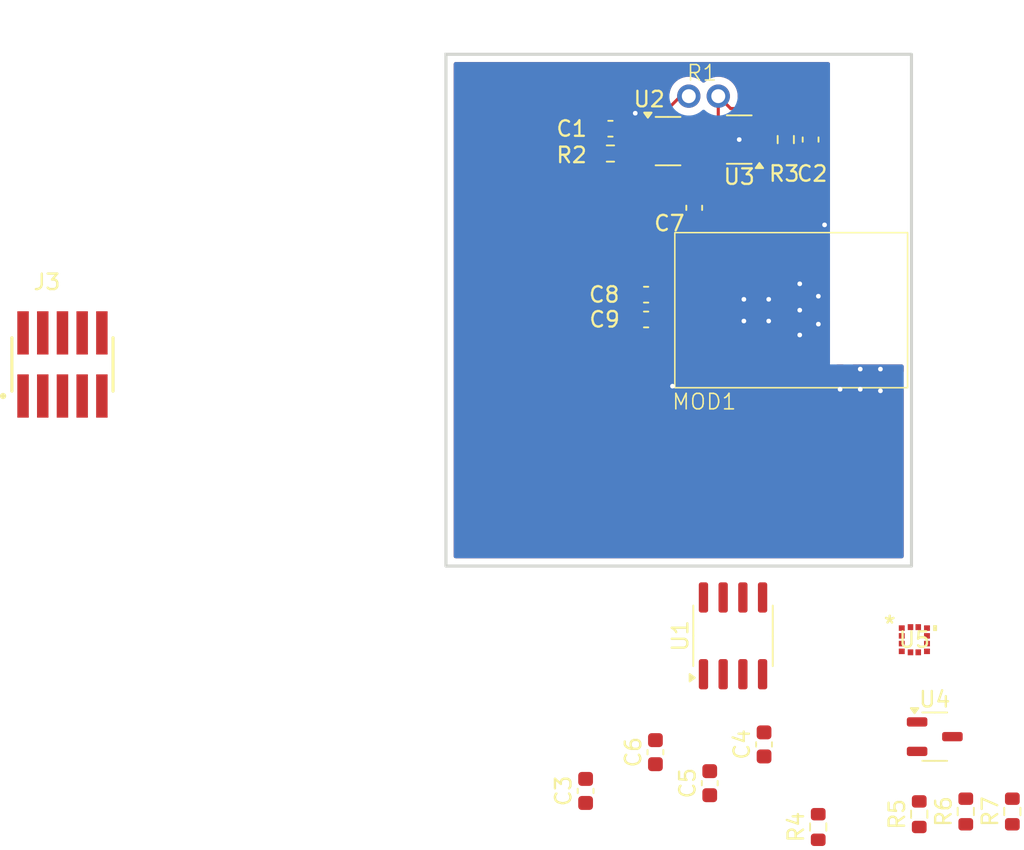
<source format=kicad_pcb>
(kicad_pcb (version 20241229) (generator "pcbnew") (generator_version "9.0")
  (layers (0 "F.Cu" signal) (2 "B.Cu" signal) (13 "F.Paste" user) (15 "B.Paste" user) (5 "F.SilkS" user "F.Silkscreen") (7 "B.SilkS" user "B.Silkscreen") (1 "F.Mask" user) (3 "B.Mask" user) (25 "Edge.Cuts" user))
  (net 0 "")
  (net 1 "GND")
  (net 2 "Net-(U2-+)")
  (net 3 "Net-(U3--)")
  (net 4 "PressureOut")
  (net 5 "I2C_SCL_1V8")
  (net 6 "Net-(U5-C1)")
  (net 7 "SWDCLK")
  (net 11 "USB_POWER_5V")
  (net 22 "I2C_SDA_3V3")
  (net 27 "SWDIO")
  (net 29 "USBD-")
  (net 31 "nRESET")
  (net 33 "VDD")
  (net 35 "I2C_SCL_3V3")
  (net 47 "USBD+")
  (net 60 "VRef_0V5")
  (net 61 "PWM_0V5")
  (net 62 "VSupply3V3")
  (net 63 "I2C_SDA_1V8")
  (net 65 "INT1_XL")
  (net 66 "INT2_XL")
  (net 67 "DRDY")
  (footprint "Resistor_SMD:R_0603_1608Metric" (layer "F.Cu") (at 167.49 90.825 90)
    (property "Reference" "R4" (at 0 -1.43 90) (layer "F.SilkS"))
    (property "Value" "10k" (hide yes))
    (fp_line (start -0.237258 -0.5225) (end 0.237258 -0.5225) (stroke (width 0.12)) (layer "F.SilkS"))
    (fp_line (start -0.237258 0.5225) (end 0.237258 0.5225) (stroke (width 0.12)) (layer "F.SilkS"))
    (pad "1" smd roundrect (at -0.825 0 90) (size 0.8 0.95) (layers "F.Cu" "F.Mask" "F.Paste") (net 62 "VSupply3V3"))
    (pad "2" smd roundrect (at 0.825 0 90) (size 0.8 0.95) (layers "F.Cu" "F.Mask" "F.Paste") (net 35 "I2C_SCL_3V3"))
  )
  (footprint "Capacitor_SMD:C_0603_1608Metric" (layer "F.Cu") (at 160.5 88 90)
    (property "Reference" "C5" (at 0 -1.43 90) (layer "F.SilkS"))
    (property "Value" "100nF" (hide yes))
    (fp_line (start -0.14058 -0.51) (end 0.14058 -0.51) (stroke (width 0.12)) (layer "F.SilkS"))
    (fp_line (start -0.14058 0.51) (end 0.14058 0.51) (stroke (width 0.12)) (layer "F.SilkS"))
    (pad "1" smd roundrect (at -0.775 0 90) (size 0.9 0.95) (layers "F.Cu" "F.Mask" "F.Paste") (net 1 "GND"))
    (pad "2" smd roundrect (at 0.775 0 90) (size 0.9 0.95) (layers "F.Cu" "F.Mask" "F.Paste") (net 5 "I2C_SCL_1V8"))
  )
  (footprint "Resistor_SMD:R_0603_1608Metric" (layer "F.Cu") (at 165.4 46.5 -90)
    (property "Reference" "R3" (at 2.2 0.1 180) (layer "F.SilkS"))
    (property "Value" "R" (hide yes))
    (fp_line (start -0.237258 0.5225) (end 0.237258 0.5225) (stroke (width 0.12)) (layer "F.SilkS"))
    (fp_line (start -0.237258 -0.5225) (end 0.237258 -0.5225) (stroke (width 0.12)) (layer "F.SilkS"))
    (pad "1" smd roundrect (at -0.825 0 270) (size 0.8 0.95) (layers "F.Cu" "F.Mask" "F.Paste") (net 3 "Net-(U3--)"))
    (pad "2" smd roundrect (at 0.825 0 270) (size 0.8 0.95) (layers "F.Cu" "F.Mask" "F.Paste") (net 4 "PressureOut"))
  )
  (footprint "Capacitor_SMD:C_0603_1608Metric" (layer "F.Cu") (at 152.5 88.5 90)
    (property "Reference" "C3" (at 0 -1.43 90) (layer "F.SilkS"))
    (property "Value" "100nF" (hide yes))
    (fp_line (start -0.14058 -0.51) (end 0.14058 -0.51) (stroke (width 0.12)) (layer "F.SilkS"))
    (fp_line (start -0.14058 0.51) (end 0.14058 0.51) (stroke (width 0.12)) (layer "F.SilkS"))
    (pad "1" smd roundrect (at -0.775 0 90) (size 0.9 0.95) (layers "F.Cu" "F.Mask" "F.Paste") (net 5 "I2C_SCL_1V8"))
    (pad "2" smd roundrect (at 0.775 0 90) (size 0.9 0.95) (layers "F.Cu" "F.Mask" "F.Paste") (net 1 "GND"))
  )
  (footprint "Capacitor_SMD:C_0603_1608Metric" (layer "F.Cu") (at 159.5 50.9 90)
    (property "Reference" "C7" (at -1 -1.6 0) (layer "F.SilkS"))
    (property "Value" "4.7uF" (hide yes))
    (fp_line (start -0.14058 -0.51) (end 0.14058 -0.51) (stroke (width 0.12)) (layer "F.SilkS"))
    (fp_line (start -0.14058 0.51) (end 0.14058 0.51) (stroke (width 0.12)) (layer "F.SilkS"))
    (pad "1" smd roundrect (at -0.775 0 90) (size 0.9 0.95) (layers "F.Cu" "F.Mask" "F.Paste") (net 11 "USB_POWER_5V"))
    (pad "2" smd roundrect (at 0.775 0 90) (size 0.9 0.95) (layers "F.Cu" "F.Mask" "F.Paste") (net 1 "GND"))
  )
  (footprint "Capacitor_SMD:C_0603_1608Metric" (layer "F.Cu") (at 164 85.5 90)
    (property "Reference" "C4" (at 0 -1.43 90) (layer "F.SilkS"))
    (property "Value" "10uF" (hide yes))
    (fp_line (start -0.14058 -0.51) (end 0.14058 -0.51) (stroke (width 0.12)) (layer "F.SilkS"))
    (fp_line (start -0.14058 0.51) (end 0.14058 0.51) (stroke (width 0.12)) (layer "F.SilkS"))
    (pad "1" smd roundrect (at -0.775 0 90) (size 0.9 0.95) (layers "F.Cu" "F.Mask" "F.Paste") (net 5 "I2C_SCL_1V8"))
    (pad "2" smd roundrect (at 0.775 0 90) (size 0.9 0.95) (layers "F.Cu" "F.Mask" "F.Paste") (net 1 "GND"))
  )
  (footprint "Resistor_SMD:R_0603_1608Metric" (layer "F.Cu") (at 174 90 90)
    (property "Reference" "R5" (at 0 -1.43 90) (layer "F.SilkS"))
    (property "Value" "10k" (hide yes))
    (fp_line (start -0.237258 -0.5225) (end 0.237258 -0.5225) (stroke (width 0.12)) (layer "F.SilkS"))
    (fp_line (start -0.237258 0.5225) (end 0.237258 0.5225) (stroke (width 0.12)) (layer "F.SilkS"))
    (pad "1" smd roundrect (at -0.825 0 90) (size 0.8 0.95) (layers "F.Cu" "F.Mask" "F.Paste") (net 62 "VSupply3V3"))
    (pad "2" smd roundrect (at 0.825 0 90) (size 0.8 0.95) (layers "F.Cu" "F.Mask" "F.Paste") (net 22 "I2C_SDA_3V3"))
  )
  (footprint "Package_TO_SOT_SMD:SOT-23-5" (layer "F.Cu") (at 157.8125 46.6)
    (property "Reference" "U2" (at -1.2125 -2.7 0) (layer "F.SilkS"))
    (property "Value" "MCP6001-OT" (hide yes))
    (fp_line (start 0 -1.56) (end -0.8 -1.56) (stroke (width 0.12)) (layer "F.SilkS"))
    (fp_line (start 0 -1.56) (end 0.8 -1.56) (stroke (width 0.12)) (layer "F.SilkS"))
    (fp_line (start 0 1.56) (end -0.8 1.56) (stroke (width 0.12)) (layer "F.SilkS"))
    (fp_line (start 0 1.56) (end 0.8 1.56) (stroke (width 0.12)) (layer "F.SilkS"))
    (fp_poly (pts (xy -1.3 -1.51) (xy -1.54 -1.84) (xy -1.06 -1.84)) (stroke (width 0.12)) (fill yes) (layer "F.SilkS"))
    (pad "1" smd roundrect (at -1.1375 -0.95) (size 1.325 0.6) (layers "F.Cu" "F.Mask" "F.Paste") (net 60 "VRef_0V5"))
    (pad "2" smd roundrect (at -1.1375 0) (size 1.325 0.6) (layers "F.Cu" "F.Mask" "F.Paste") (net 1 "GND"))
    (pad "3" smd roundrect (at -1.1375 0.95) (size 1.325 0.6) (layers "F.Cu" "F.Mask" "F.Paste") (net 2 "Net-(U2-+)"))
    (pad "4" smd roundrect (at 1.1375 0.95) (size 1.325 0.6) (layers "F.Cu" "F.Mask" "F.Paste") (net 60 "VRef_0V5"))
    (pad "5" smd roundrect (at 1.1375 -0.95) (size 1.325 0.6) (layers "F.Cu" "F.Mask" "F.Paste") (net 62 "VSupply3V3"))
  )
  (footprint "nRF5340 Module:Ezurio Module" (layer "F.Cu") (at 158.25 62.5)
    (property "Reference" "MOD1" (at 1.8971 0.904489 0) (layer "F.SilkS") (effects (font (thickness 0.1))))
    (property "Value" "Laird, 453-00053, Platform Side" (hide yes))
    (fp_rect (start 0 -10) (end 15 0) (stroke (width 0.1)) (fill no) (layer "F.SilkS"))
    (pad "1" smd roundrect (at 10 -0.45) (size 0.5 0.5) (layers "F.Cu" "F.Mask" "F.Paste") (roundrect_rratio 0.15) (net 1 "GND"))
    (pad "2" smd roundrect (at 9.2 -0.45) (size 0.5 0.5) (layers "F.Cu" "F.Mask" "F.Paste") (roundrect_rratio 0.15))
    (pad "3" smd roundrect (at 8.4 -0.45) (size 0.5 0.5) (layers "F.Cu" "F.Mask" "F.Paste") (roundrect_rratio 0.15))
    (pad "4" smd roundrect (at 8.85 -2.2) (size 0.5 0.5) (layers "F.Cu" "F.Mask" "F.Paste") (roundrect_rratio 0.15))
    (pad "5" smd roundrect (at 7.6 -0.45) (size 0.5 0.5) (layers "F.Cu" "F.Mask" "F.Paste") (roundrect_rratio 0.15))
    (pad "6" smd roundrect (at 8.05 -2.2) (size 0.5 0.5) (layers "F.Cu" "F.Mask" "F.Paste") (roundrect_rratio 0.15))
    (pad "7" smd roundrect (at 6.8 -0.45) (size 0.5 0.5) (layers "F.Cu" "F.Mask" "F.Paste") (roundrect_rratio 0.15))
    (pad "8" smd roundrect (at 7.25 -2.2) (size 0.5 0.5) (layers "F.Cu" "F.Mask" "F.Paste") (roundrect_rratio 0.15))
    (pad "9" smd roundrect (at 6 -0.45) (size 0.5 0.5) (layers "F.Cu" "F.Mask" "F.Paste") (roundrect_rratio 0.15))
    (pad "10" smd roundrect (at 6.45 -2.2) (size 0.5 0.5) (layers "F.Cu" "F.Mask" "F.Paste") (roundrect_rratio 0.15))
    (pad "11" smd roundrect (at 5.2 -0.45) (size 0.5 0.5) (layers "F.Cu" "F.Mask" "F.Paste") (roundrect_rratio 0.15))
    (pad "12" smd roundrect (at 5.65 -2.2) (size 0.5 0.5) (layers "F.Cu" "F.Mask" "F.Paste") (roundrect_rratio 0.15))
    (pad "13" smd roundrect (at 4.4 -0.45) (size 0.5 0.5) (layers "F.Cu" "F.Mask" "F.Paste") (roundrect_rratio 0.15))
    (pad "14" smd roundrect (at 4.85 -2.2) (size 0.5 0.5) (layers "F.Cu" "F.Mask" "F.Paste") (roundrect_rratio 0.15))
    (pad "15" smd roundrect (at 3.6 -0.45) (size 0.5 0.5) (layers "F.Cu" "F.Mask" "F.Paste") (roundrect_rratio 0.15))
    (pad "16" smd roundrect (at 4.05 -2.2) (size 0.5 0.5) (layers "F.Cu" "F.Paste") (roundrect_rratio 0.15))
    (pad "17" smd roundrect (at 2.8 -0.45) (size 0.5 0.5) (layers "F.Cu" "F.Mask" "F.Paste") (roundrect_rratio 0.15))
    (pad "18" smd roundrect (at 3.25 -2.2) (size 0.5 0.5) (layers "F.Cu" "F.Mask" "F.Paste") (roundrect_rratio 0.15))
    (pad "19" smd roundrect (at 2 -0.45) (size 0.5 0.5) (layers "F.Cu" "F.Mask" "F.Paste") (roundrect_rratio 0.15) (net 1 "GND"))
    (pad "20" smd roundrect (at 1.2 -0.45) (size 0.5 0.5) (layers "F.Cu" "F.Mask" "F.Paste") (roundrect_rratio 0.15))
    (pad "21" smd roundrect (at 0.4 -0.6) (size 0.5 0.5) (layers "F.Cu" "F.Mask" "F.Paste") (roundrect_rratio 0.15) (net 1 "GND"))
    (pad "22" smd roundrect (at 0.4 -1.4) (size 0.5 0.5) (layers "F.Cu" "F.Mask" "F.Paste") (roundrect_rratio 0.15))
    (pad "23" smd roundrect (at 0.4 -2.2) (size 0.5 0.5) (layers "F.Cu" "F.Mask" "F.Paste") (roundrect_rratio 0.15))
    (pad "24" smd roundrect (at 2.45 -2.2) (size 0.5 0.5) (layers "F.Cu" "F.Mask" "F.Paste") (roundrect_rratio 0.15))
    (pad "25" smd roundrect (at 0.4 -3) (size 0.5 0.5) (layers "F.Cu" "F.Mask" "F.Paste") (roundrect_rratio 0.15))
    (pad "26" smd roundrect (at 2.2 -3) (size 0.5 0.5) (layers "F.Cu" "F.Mask" "F.Paste") (roundrect_rratio 0.15))
    (pad "27" smd roundrect (at 0.4 -3.8) (size 0.5 0.5) (layers "F.Cu" "F.Mask" "F.Paste") (roundrect_rratio 0.15))
    (pad "28" smd roundrect (at 2.2 -3.8) (size 0.5 0.5) (layers "F.Cu" "F.Mask" "F.Paste") (roundrect_rratio 0.15))
    (pad "29" smd roundrect (at 0.4 -4.6) (size 0.5 0.5) (layers "F.Cu" "F.Mask" "F.Paste") (roundrect_rratio 0.15) (net 1 "GND"))
    (pad "30" smd roundrect (at 2.2 -4.6) (size 0.5 0.5) (layers "F.Cu" "F.Mask" "F.Paste") (roundrect_rratio 0.15) (net 1 "GND"))
    (pad "31" smd roundrect (at 0.4 -5.4) (size 0.5 0.5) (layers "F.Cu" "F.Mask" "F.Paste") (roundrect_rratio 0.15) (net 33 "VDD"))
    (pad "32" smd roundrect (at 2.2 -5.4) (size 0.5 0.5) (layers "F.Cu" "F.Mask" "F.Paste") (roundrect_rratio 0.15))
    (pad "33" smd roundrect (at 0.4 -6.2) (size 0.5 0.5) (layers "F.Cu" "F.Mask" "F.Paste") (roundrect_rratio 0.15) (net 1 "GND"))
    (pad "34" smd roundrect (at 2.2 -6.2) (size 0.5 0.5) (layers "F.Cu" "F.Mask" "F.Paste") (roundrect_rratio 0.15))
    (pad "35" smd roundrect (at 0.4 -7) (size 0.5 0.5) (layers "F.Cu" "F.Mask" "F.Paste") (roundrect_rratio 0.15) (net 33 "VDD"))
    (pad "36" smd roundrect (at 2.2 -7) (size 0.5 0.5) (layers "F.Cu" "F.Mask" "F.Paste") (roundrect_rratio 0.15) (net 47 "USBD+"))
    (pad "37" smd roundrect (at 0.4 -7.8) (size 0.5 0.5) (layers "F.Cu" "F.Mask" "F.Paste") (roundrect_rratio 0.15) (net 22 "I2C_SDA_3V3"))
    (pad "38" smd roundrect (at 0.4 -8.6) (size 0.5 0.5) (layers "F.Cu" "F.Mask" "F.Paste") (roundrect_rratio 0.15) (net 35 "I2C_SCL_3V3"))
    (pad "39" smd roundrect (at 0.4 -9.4) (size 0.5 0.5) (layers "F.Cu" "F.Mask" "F.Paste") (roundrect_rratio 0.15) (net 1 "GND"))
    (pad "40" smd roundrect (at 1.2 -9.55) (size 0.5 0.5) (layers "F.Cu" "F.Mask" "F.Paste") (roundrect_rratio 0.15) (net 11 "USB_POWER_5V"))
    (pad "41" smd roundrect (at 2 -9.55) (size 0.5 0.5) (layers "F.Cu" "F.Mask" "F.Paste") (roundrect_rratio 0.15))
    (pad "42" smd roundrect (at 2.45 -7.8) (size 0.5 0.5) (layers "F.Cu" "F.Mask" "F.Paste") (roundrect_rratio 0.15) (net 29 "USBD-"))
    (pad "43" smd roundrect (at 2.8 -9.55) (size 0.5 0.5) (layers "F.Cu" "F.Mask" "F.Paste") (roundrect_rratio 0.15))
    (pad "44" smd roundrect (at 3.25 -7.8) (size 0.5 0.5) (layers "F.Cu" "F.Mask" "F.Paste") (roundrect_rratio 0.15) (net 1 "GND"))
    (pad "45" smd roundrect (at 3.6 -9.55) (size 0.5 0.5) (layers "F.Cu" "F.Mask" "F.Paste") (roundrect_rratio 0.15))
    (pad "46" smd roundrect (at 4.05 -7.8) (size 0.5 0.5) (layers "F.Cu" "F.Mask" "F.Paste") (roundrect_rratio 0.15) (net 60 "VRef_0V5"))
    (pad "47" smd roundrect (at 4.4 -9.55) (size 0.5 0.5) (layers "F.Cu" "F.Mask" "F.Paste") (roundrect_rratio 0.15) (net 61 "PWM_0V5"))
    (pad "48" smd roundrect (at 4.85 -7.8) (size 0.5 0.5) (layers "F.Cu" "F.Mask" "F.Paste") (roundrect_rratio 0.15))
    (pad "49" smd roundrect (at 5.2 -9.55) (size 0.5 0.5) (layers "F.Cu" "F.Mask" "F.Paste") (roundrect_rratio 0.15))
    (pad "50" smd roundrect (at 5.65 -7.8) (size 0.5 0.5) (layers "F.Cu" "F.Mask" "F.Paste") (roundrect_rratio 0.15))
    (pad "51" smd roundrect (at 6 -9.55) (size 0.5 0.5) (layers "F.Cu" "F.Mask" "F.Paste") (roundrect_rratio 0.15))
    (pad "52" smd roundrect (at 6.45 -7.8) (size 0.5 0.5) (layers "F.Cu" "F.Mask" "F.Paste") (roundrect_rratio 0.15))
    (pad "53" smd roundrect (at 6.8 -9.55) (size 0.5 0.5) (layers "F.Cu" "F.Mask" "F.Paste") (roundrect_rratio 0.15) (net 4 "PressureOut"))
    (pad "54" smd roundrect (at 7.25 -7.8) (size 0.5 0.5) (layers "F.Cu" "F.Mask" "F.Paste") (roundrect_rratio 0.15) (net 31 "nRESET"))
    (pad "55" smd roundrect (at 7.6 -9.55) (size 0.5 0.5) (layers "F.Cu" "F.Mask" "F.Paste") (roundrect_rratio 0.15) (net 27 "SWDIO"))
    (pad "56" smd roundrect (at 8.05 -7.8) (size 0.5 0.5) (layers "F.Cu" "F.Mask" "F.Paste") (roundrect_rratio 0.15) (net 7 "SWDCLK"))
    (pad "57" smd roundrect (at 8.4 -9.55) (size 0.5 0.5) (layers "F.Cu" "F.Mask" "F.Paste") (roundrect_rratio 0.15))
    (pad "58" smd roundrect (at 8.85 -7.8) (size 0.5 0.5) (layers "F.Cu" "F.Mask" "F.Paste") (roundrect_rratio 0.15))
    (pad "59" smd roundrect (at 9.2 -9.55) (size 0.5 0.5) (layers "F.Cu" "F.Mask" "F.Paste") (roundrect_rratio 0.15) (net 1 "GND"))
    (pad "60" smd roundrect (at 6.85 -3.4) (size 0.5 0.5) (layers "F.Cu" "F.Mask" "F.Paste") (roundrect_rratio 0.15))
    (pad "61" smd roundrect (at 5.25 -3.4) (size 0.5 0.5) (layers "F.Cu" "F.Mask" "F.Paste") (roundrect_rratio 0.15))
    (pad "62" smd roundrect (at 3.65 -3.4) (size 0.5 0.5) (layers "F.Cu" "F.Mask" "F.Paste") (roundrect_rratio 0.15))
    (pad "63" smd roundrect (at 3.65 -6.6) (size 0.5 0.5) (layers "F.Cu" "F.Mask" "F.Paste") (roundrect_rratio 0.15))
    (pad "64" smd roundrect (at 5.25 -6.6) (size 0.5 0.5) (layers "F.Cu" "F.Mask" "F.Paste") (roundrect_rratio 0.15))
    (pad "65" smd roundrect (at 6.85 -6.6) (size 0.5 0.5) (layers "F.Cu" "F.Mask" "F.Paste") (roundrect_rratio 0.15))
    (pad "66" smd roundrect (at 9.25 -6.85) (size 0.5 0.5) (layers "F.Cu" "F.Mask" "F.Paste") (roundrect_rratio 0.15) (net 1 "GND"))
    (pad "67" smd roundrect (at 9.25 -5) (size 0.5 0.5) (layers "F.Cu" "F.Mask" "F.Paste") (roundrect_rratio 0.15) (net 1 "GND"))
    (pad "68" smd roundrect (at 9.25 -3.15) (size 0.5 0.5) (layers "F.Cu" "F.Mask" "F.Paste") (roundrect_rratio 0.15) (net 1 "GND"))
    (pad "69" smd roundrect (at 11.3 -0.45) (size 0.5 0.5) (layers "F.Cu" "F.Mask" "F.Paste") (roundrect_rratio 0.15) (net 1 "GND"))
    (pad "70" smd roundrect (at 12.6 -0.45) (size 0.5 0.5) (layers "F.Cu" "F.Mask" "F.Paste") (roundrect_rratio 0.15) (net 1 "GND"))
    (pad "71" smd roundrect (at 13.9 -0.45) (size 0.5 0.5) (layers "F.Cu" "F.Mask" "F.Paste") (roundrect_rratio 0.15) (net 1 "GND"))
    (pad "72" smd roundrect (at 10.65 -1.25) (size 0.5 0.5) (layers "F.Cu" "F.Mask" "F.Paste") (roundrect_rratio 0.15))
    (pad "73" smd roundrect (at 3.65 -5) (size 0.5 0.5) (layers "F.Cu" "F.Mask" "F.Paste") (roundrect_rratio 0.15) (net 1 "GND"))
    (pad "74" smd roundrect (at 5.25 -5) (size 0.5 0.5) (layers "F.Cu" "F.Mask" "F.Paste") (roundrect_rratio 0.15) (net 1 "GND"))
    (pad "75" smd roundrect (at 6.85 -5) (size 0.5 0.5) (layers "F.Cu" "F.Mask" "F.Paste") (roundrect_rratio 0.15) (net 1 "GND"))
    (zone (net 0) (net_name "") (layers "F.Cu" "B.Cu" "F.SilkS") (name "Keep Out Area") (connect_pads (clearance 0)) (min_thickness 0.25)
      (keepout (tracks not_allowed) (vias not_allowed) (pads not_allowed) (copperpour not_allowed) (footprints allowed))
      (fill (thermal_gap 0.5) (thermal_bridge_width 0.5))
      (polygon (pts (xy 173.25 37.5) (xy 173.25 61) (xy 168.25 61) (xy 168.25 37.5)))
    )
  )
  (footprint "FlexiForce:Untitled" (layer "F.Cu") (at 160.1 43.7 180)
    (property "Reference" "R1" (at 0.1 1.5 0) (layer "F.SilkS") (effects (font (thickness 0.1))))
    (property "Value" "Flexiforce A502" (hide yes))
    (pad "1" thru_hole circle (at -0.95 0 180) (size 1.5 1.5) (drill 0.9) (layers "*.Cu" "*.Mask") (net 3 "Net-(U3--)"))
    (pad "2" thru_hole circle (at 0.95 0 180) (size 1.5 1.5) (drill 0.9) (layers "*.Cu" "*.Mask") (net 60 "VRef_0V5"))
  )
  (footprint "ISM303DAC:LGA_DACTR_STM" (layer "F.Cu") (at 173.6872 78.749937)
    (property "Reference" "U5" (at 0 0 0) (layer "F.SilkS"))
    (property "Value" "ISM303DACTR")
    (fp_poly (pts (xy 1.4605 -0.940689) (xy 1.4605 -0.559689) (xy 1.2065 -0.559689) (xy 1.2065 -0.940689)) (fill yes) (layer "F.SilkS"))
    (fp_text user "*" (at -1.5875 -1.000252 0) (layer "F.SilkS"))
    (fp_text user "*" (at -1.5875 -1.000252 0) (layer "F.SilkS"))
    (pad "1" smd rect (at -0.8128 -0.750189 90) (size 0.3556 0.381) (layers "F.Cu" "F.Mask" "F.Paste") (net 5 "I2C_SCL_1V8"))
    (pad "2" smd rect (at -0.8128 -0.250063 90) (size 0.3556 0.381) (layers "F.Cu" "F.Mask" "F.Paste") (net 5 "I2C_SCL_1V8"))
    (pad "3" smd rect (at -0.8128 0.250063 90) (size 0.3556 0.381) (layers "F.Cu" "F.Mask" "F.Paste") (net 1 "GND"))
    (pad "4" smd rect (at -0.8128 0.750189 90) (size 0.3556 0.381) (layers "F.Cu" "F.Mask" "F.Paste") (net 63 "I2C_SDA_1V8"))
    (pad "5" smd rect (at -0.250063 0.8128) (size 0.3556 0.381) (layers "F.Cu" "F.Mask" "F.Paste") (net 6 "Net-(U5-C1)"))
    (pad "6" smd rect (at 0.250063 0.8128) (size 0.3556 0.381) (layers "F.Cu" "F.Mask" "F.Paste") (net 1 "GND"))
    (pad "7" smd rect (at 0.8128 0.750189 90) (size 0.3556 0.381) (layers "F.Cu" "F.Mask" "F.Paste") (net 67 "DRDY"))
    (pad "8" smd rect (at 0.8128 0.250063 90) (size 0.3556 0.381) (layers "F.Cu" "F.Mask" "F.Paste") (net 1 "GND"))
    (pad "9" smd rect (at 0.8128 -0.250063 90) (size 0.3556 0.381) (layers "F.Cu" "F.Mask" "F.Paste") (net 5 "I2C_SCL_1V8"))
    (pad "10" smd rect (at 0.8128 -0.750189 90) (size 0.3556 0.381) (layers "F.Cu" "F.Mask" "F.Paste") (net 5 "I2C_SCL_1V8"))
    (pad "11" smd rect (at 0.250063 -0.8128) (size 0.3556 0.381) (layers "F.Cu" "F.Mask" "F.Paste") (net 66 "INT2_XL"))
    (pad "12" smd rect (at -0.250063 -0.8128) (size 0.3556 0.381) (layers "F.Cu" "F.Mask" "F.Paste") (net 65 "INT1_XL"))
  )
  (footprint "Package_SO:SOIC-8_3.9x4.9mm_P1.27mm" (layer "F.Cu") (at 162 78.5 90)
    (property "Reference" "U1" (at 0 -3.4 90) (layer "F.SilkS"))
    (property "Value" "TCA9517D")
    (fp_line (start 0 -2.56) (end 1.95 -2.56) (stroke (width 0.12)) (layer "F.SilkS"))
    (fp_line (start 0 -2.56) (end -1.95 -2.56) (stroke (width 0.12)) (layer "F.SilkS"))
    (fp_line (start 0 2.56) (end 1.95 2.56) (stroke (width 0.12)) (layer "F.SilkS"))
    (fp_line (start 0 2.56) (end -1.95 2.56) (stroke (width 0.12)) (layer "F.SilkS"))
    (fp_poly (pts (xy -2.7 -2.465) (xy -2.94 -2.795) (xy -2.46 -2.795)) (stroke (width 0.12)) (fill yes) (layer "F.SilkS"))
    (pad "1" smd roundrect (at -2.475 -1.905 90) (size 1.95 0.6) (layers "F.Cu" "F.Mask" "F.Paste") (net 5 "I2C_SCL_1V8"))
    (pad "2" smd roundrect (at -2.475 -0.635 90) (size 1.95 0.6) (layers "F.Cu" "F.Mask" "F.Paste") (net 5 "I2C_SCL_1V8"))
    (pad "3" smd roundrect (at -2.475 0.635 90) (size 1.95 0.6) (layers "F.Cu" "F.Mask" "F.Paste") (net 63 "I2C_SDA_1V8"))
    (pad "4" smd roundrect (at -2.475 1.905 90) (size 1.95 0.6) (layers "F.Cu" "F.Mask" "F.Paste") (net 1 "GND"))
    (pad "5" smd roundrect (at 2.475 1.905 90) (size 1.95 0.6) (layers "F.Cu" "F.Mask" "F.Paste"))
    (pad "6" smd roundrect (at 2.475 0.635 90) (size 1.95 0.6) (layers "F.Cu" "F.Mask" "F.Paste") (net 22 "I2C_SDA_3V3"))
    (pad "7" smd roundrect (at 2.475 -0.635 90) (size 1.95 0.6) (layers "F.Cu" "F.Mask" "F.Paste") (net 35 "I2C_SCL_3V3"))
    (pad "8" smd roundrect (at 2.475 -1.905 90) (size 1.95 0.6) (layers "F.Cu" "F.Mask" "F.Paste") (net 62 "VSupply3V3"))
  )
  (footprint "Capacitor_SMD:C_0603_1608Metric" (layer "F.Cu") (at 156.4 58.1)
    (property "Reference" "C9" (at -2.675 0 0) (layer "F.SilkS"))
    (property "Value" "10uF" (hide yes))
    (fp_line (start -0.14058 -0.51) (end 0.14058 -0.51) (stroke (width 0.12)) (layer "F.SilkS"))
    (fp_line (start -0.14058 0.51) (end 0.14058 0.51) (stroke (width 0.12)) (layer "F.SilkS"))
    (pad "1" smd roundrect (at -0.775 0) (size 0.9 0.95) (layers "F.Cu" "F.Mask" "F.Paste") (net 1 "GND"))
    (pad "2" smd roundrect (at 0.775 0) (size 0.9 0.95) (layers "F.Cu" "F.Mask" "F.Paste") (net 33 "VDD"))
  )
  (footprint "Package_TO_SOT_SMD:SOT-23-5" (layer "F.Cu") (at 162.4 46.5 180)
    (property "Reference" "U3" (at 0 -2.4 0) (layer "F.SilkS"))
    (property "Value" "MCP6001-OT" (hide yes))
    (fp_line (start 0 1.56) (end 0.8 1.56) (stroke (width 0.12)) (layer "F.SilkS"))
    (fp_line (start 0 1.56) (end -0.8 1.56) (stroke (width 0.12)) (layer "F.SilkS"))
    (fp_line (start 0 -1.56) (end 0.8 -1.56) (stroke (width 0.12)) (layer "F.SilkS"))
    (fp_line (start 0 -1.56) (end -0.8 -1.56) (stroke (width 0.12)) (layer "F.SilkS"))
    (fp_poly (pts (xy -1.3 -1.51) (xy -1.54 -1.84) (xy -1.06 -1.84)) (stroke (width 0.12)) (fill yes) (layer "F.SilkS"))
    (pad "1" smd roundrect (at -1.1375 -0.95 180) (size 1.325 0.6) (layers "F.Cu" "F.Mask" "F.Paste") (net 4 "PressureOut"))
    (pad "2" smd roundrect (at -1.1375 0 180) (size 1.325 0.6) (layers "F.Cu" "F.Mask" "F.Paste") (net 1 "GND"))
    (pad "3" smd roundrect (at -1.1375 0.95 180) (size 1.325 0.6) (layers "F.Cu" "F.Mask" "F.Paste") (net 1 "GND"))
    (pad "4" smd roundrect (at 1.1375 0.95 180) (size 1.325 0.6) (layers "F.Cu" "F.Mask" "F.Paste") (net 3 "Net-(U3--)"))
    (pad "5" smd roundrect (at 1.1375 -0.95 180) (size 1.325 0.6) (layers "F.Cu" "F.Mask" "F.Paste") (net 62 "VSupply3V3"))
  )
  (footprint "SWD 10 Pin:SAMTEC_FTSH-105-01-S-DV-TR" (layer "F.Cu") (at 118.7875 61)
    (property "Reference" "J3" (at -1 -5.315 0) (layer "F.SilkS"))
    (property "Value" "FTSH-105-01-S-DV-TR")
    (fp_line (start -3.26 -1.715) (end -3.26 -1.715) (stroke (width 0.2)) (layer "F.SilkS"))
    (fp_line (start -3.26 1.715) (end -3.26 -1.715) (stroke (width 0.2)) (layer "F.SilkS"))
    (fp_line (start -3.26 1.715) (end -3.26 1.715) (stroke (width 0.2)) (layer "F.SilkS"))
    (fp_line (start 3.26 -1.715) (end 3.26 -1.715) (stroke (width 0.2)) (layer "F.SilkS"))
    (fp_line (start 3.26 -1.715) (end 3.26 1.715) (stroke (width 0.2)) (layer "F.SilkS"))
    (fp_line (start 3.26 1.715) (end 3.26 1.715) (stroke (width 0.2)) (layer "F.SilkS"))
    (fp_circle (center -3.825 2.035) (end -3.725 2.035) (stroke (width 0.2)) (fill no) (layer "F.SilkS"))
    (pad "01" smd rect (at -2.54 2.035) (size 0.74 2.79) (layers "F.Cu" "F.Mask" "F.Paste") (net 33 "VDD"))
    (pad "02" smd rect (at -2.54 -2.035) (size 0.74 2.79) (layers "F.Cu" "F.Mask" "F.Paste") (net 27 "SWDIO"))
    (pad "03" smd rect (at -1.27 2.035) (size 0.74 2.79) (layers "F.Cu" "F.Mask" "F.Paste") (net 1 "GND"))
    (pad "04" smd rect (at -1.27 -2.035) (size 0.74 2.79) (layers "F.Cu" "F.Mask" "F.Paste") (net 7 "SWDCLK"))
    (pad "05" smd rect (at 0 2.035) (size 0.74 2.79) (layers "F.Cu" "F.Mask" "F.Paste") (net 1 "GND"))
    (pad "06" smd rect (at 0 -2.035) (size 0.74 2.79) (layers "F.Cu" "F.Mask" "F.Paste"))
    (pad "07" smd rect (at 1.27 2.035) (size 0.74 2.79) (layers "F.Cu" "F.Mask" "F.Paste"))
    (pad "08" smd rect (at 1.27 -2.035) (size 0.74 2.79) (layers "F.Cu" "F.Mask" "F.Paste"))
    (pad "09" smd rect (at 2.54 2.035) (size 0.74 2.79) (layers "F.Cu" "F.Mask" "F.Paste"))
    (pad "10" smd rect (at 2.54 -2.035) (size 0.74 2.79) (layers "F.Cu" "F.Mask" "F.Paste") (net 31 "nRESET"))
  )
  (footprint "Capacitor_SMD:C_0603_1608Metric" (layer "F.Cu") (at 154.1 45.8 180)
    (property "Reference" "C1" (at 2.5 0 0) (layer "F.SilkS"))
    (property "Value" "470pF" (hide yes))
    (fp_line (start -0.14058 0.51) (end 0.14058 0.51) (stroke (width 0.12)) (layer "F.SilkS"))
    (fp_line (start -0.14058 -0.51) (end 0.14058 -0.51) (stroke (width 0.12)) (layer "F.SilkS"))
    (pad "1" smd roundrect (at -0.775 0 180) (size 0.9 0.95) (layers "F.Cu" "F.Mask" "F.Paste") (net 2 "Net-(U2-+)"))
    (pad "2" smd roundrect (at 0.775 0 180) (size 0.9 0.95) (layers "F.Cu" "F.Mask" "F.Paste") (net 1 "GND"))
  )
  (footprint "Capacitor_SMD:C_0603_1608Metric" (layer "F.Cu") (at 156.4 56.5)
    (property "Reference" "C8" (at -2.7 0 0) (layer "F.SilkS"))
    (property "Value" "0.1uF" (hide yes))
    (fp_line (start -0.14058 -0.51) (end 0.14058 -0.51) (stroke (width 0.12)) (layer "F.SilkS"))
    (fp_line (start -0.14058 0.51) (end 0.14058 0.51) (stroke (width 0.12)) (layer "F.SilkS"))
    (pad "1" smd roundrect (at -0.775 0) (size 0.9 0.95) (layers "F.Cu" "F.Mask" "F.Paste") (net 1 "GND"))
    (pad "2" smd roundrect (at 0.775 0) (size 0.9 0.95) (layers "F.Cu" "F.Mask" "F.Paste") (net 33 "VDD"))
  )
  (footprint "Package_TO_SOT_SMD:SOT-23-3" (layer "F.Cu") (at 175 85)
    (property "Reference" "U4" (at 0 -2.4 0) (layer "F.SilkS"))
    (property "Value" "MCP1700x-180xxTT" (hide yes))
    (fp_line (start 0 -1.56) (end -0.8 -1.56) (stroke (width 0.12)) (layer "F.SilkS"))
    (fp_line (start 0 -1.56) (end 0.8 -1.56) (stroke (width 0.12)) (layer "F.SilkS"))
    (fp_line (start 0 1.56) (end -0.8 1.56) (stroke (width 0.12)) (layer "F.SilkS"))
    (fp_line (start 0 1.56) (end 0.8 1.56) (stroke (width 0.12)) (layer "F.SilkS"))
    (fp_poly (pts (xy -1.3 -1.51) (xy -1.54 -1.84) (xy -1.06 -1.84)) (stroke (width 0.12)) (fill yes) (layer "F.SilkS"))
    (pad "1" smd roundrect (at -1.1375 -0.95) (size 1.325 0.6) (layers "F.Cu" "F.Mask" "F.Paste") (net 1 "GND"))
    (pad "2" smd roundrect (at -1.1375 0.95) (size 1.325 0.6) (layers "F.Cu" "F.Mask" "F.Paste") (net 5 "I2C_SCL_1V8"))
    (pad "3" smd roundrect (at 1.1375 0) (size 1.325 0.6) (layers "F.Cu" "F.Mask" "F.Paste") (net 62 "VSupply3V3"))
  )
  (footprint "Resistor_SMD:R_0603_1608Metric" (layer "F.Cu") (at 177 89.825 90)
    (property "Reference" "R6" (at 0 -1.43 90) (layer "F.SilkS"))
    (property "Value" "10k" (hide yes))
    (fp_line (start -0.237258 -0.5225) (end 0.237258 -0.5225) (stroke (width 0.12)) (layer "F.SilkS"))
    (fp_line (start -0.237258 0.5225) (end 0.237258 0.5225) (stroke (width 0.12)) (layer "F.SilkS"))
    (pad "1" smd roundrect (at -0.825 0 90) (size 0.8 0.95) (layers "F.Cu" "F.Mask" "F.Paste") (net 5 "I2C_SCL_1V8"))
    (pad "2" smd roundrect (at 0.825 0 90) (size 0.8 0.95) (layers "F.Cu" "F.Mask" "F.Paste") (net 5 "I2C_SCL_1V8"))
  )
  (footprint "Resistor_SMD:R_0603_1608Metric" (layer "F.Cu") (at 154.1 47.4)
    (property "Reference" "R2" (at -2.5 0.1 0) (layer "F.SilkS"))
    (property "Value" "10k" (hide yes))
    (fp_line (start -0.237258 -0.5225) (end 0.237258 -0.5225) (stroke (width 0.12)) (layer "F.SilkS"))
    (fp_line (start -0.237258 0.5225) (end 0.237258 0.5225) (stroke (width 0.12)) (layer "F.SilkS"))
    (pad "1" smd roundrect (at -0.825 0) (size 0.8 0.95) (layers "F.Cu" "F.Mask" "F.Paste") (net 61 "PWM_0V5"))
    (pad "2" smd roundrect (at 0.825 0) (size 0.8 0.95) (layers "F.Cu" "F.Mask" "F.Paste") (net 2 "Net-(U2-+)"))
  )
  (footprint "Resistor_SMD:R_0603_1608Metric" (layer "F.Cu") (at 180 89.825 90)
    (property "Reference" "R7" (at 0 -1.43 90) (layer "F.SilkS"))
    (property "Value" "10k" (hide yes))
    (fp_line (start -0.237258 -0.5225) (end 0.237258 -0.5225) (stroke (width 0.12)) (layer "F.SilkS"))
    (fp_line (start -0.237258 0.5225) (end 0.237258 0.5225) (stroke (width 0.12)) (layer "F.SilkS"))
    (pad "1" smd roundrect (at -0.825 0 90) (size 0.8 0.95) (layers "F.Cu" "F.Mask" "F.Paste") (net 5 "I2C_SCL_1V8"))
    (pad "2" smd roundrect (at 0.825 0 90) (size 0.8 0.95) (layers "F.Cu" "F.Mask" "F.Paste") (net 63 "I2C_SDA_1V8"))
  )
  (footprint "Capacitor_SMD:C_0603_1608Metric" (layer "F.Cu") (at 167 46.5 -90)
    (property "Reference" "C2" (at 2.2 -0.1 180) (layer "F.SilkS"))
    (property "Value" "47pF" (hide yes))
    (fp_line (start -0.14058 0.51) (end 0.14058 0.51) (stroke (width 0.12)) (layer "F.SilkS"))
    (fp_line (start -0.14058 -0.51) (end 0.14058 -0.51) (stroke (width 0.12)) (layer "F.SilkS"))
    (pad "1" smd roundrect (at -0.775 0 270) (size 0.9 0.95) (layers "F.Cu" "F.Mask" "F.Paste") (net 3 "Net-(U3--)"))
    (pad "2" smd roundrect (at 0.775 0 270) (size 0.9 0.95) (layers "F.Cu" "F.Mask" "F.Paste") (net 4 "PressureOut"))
  )
  (footprint "Capacitor_SMD:C_0603_1608Metric" (layer "F.Cu") (at 157 86 90)
    (property "Reference" "C6" (at 0 -1.43 90) (layer "F.SilkS"))
    (property "Value" "220nF" (hide yes))
    (fp_line (start -0.14058 -0.51) (end 0.14058 -0.51) (stroke (width 0.12)) (layer "F.SilkS"))
    (fp_line (start -0.14058 0.51) (end 0.14058 0.51) (stroke (width 0.12)) (layer "F.SilkS"))
    (pad "1" smd roundrect (at -0.775 0 90) (size 0.9 0.95) (layers "F.Cu" "F.Mask" "F.Paste") (net 6 "Net-(U5-C1)"))
    (pad "2" smd roundrect (at 0.775 0 90) (size 0.9 0.95) (layers "F.Cu" "F.Mask" "F.Paste") (net 1 "GND"))
  )
  (gr_rect (start 143.5 41) (end 173.5 74) (stroke (width 0.2)) (fill no) (layer "Edge.Cuts"))
  (segment (start 156.012501 46.6) (end 155.7 46.287499) (width 0.2) (layer "F.Cu") (net 1))
  (segment (start 163.5375 45.55) (end 163.5375 46.5) (width 0.2) (layer "F.Cu") (net 1))
  (segment (start 156.675 46.6) (end 156.012501 46.6) (width 0.2) (layer "F.Cu") (net 1))
  (segment (start 167.45 52.45) (end 167.9 52) (width 0.2) (layer "F.Cu") (net 1))
  (segment (start 155.7 46.287499) (end 155.7 44.8) (width 0.2) (layer "F.Cu") (net 1))
  (segment (start 167.45 52.95) (end 167.45 52.45) (width 0.2) (layer "F.Cu") (net 1))
  (via (at 166.3 57.5) (size 0.6) (drill 0.3) (layers "F.Cu" "B.Cu") (net 1))
  (via (at 170.2 61.3) (size 0.6) (drill 0.3) (layers "F.Cu" "B.Cu") (net 1))
  (via (at 162.7 56.8) (size 0.6) (drill 0.3) (layers "F.Cu" "B.Cu") (net 1))
  (via (at 171.5 62.7) (size 0.6) (drill 0.3) (layers "F.Cu" "B.Cu") (net 1))
  (via (at 171.5 61.3) (size 0.6) (drill 0.3) (layers "F.Cu" "B.Cu") (net 1))
  (via (at 164.3 56.8) (size 0.6) (drill 0.3) (layers "F.Cu" "B.Cu") (net 1))
  (via (at 167.5 56.6) (size 0.6) (drill 0.3) (layers "F.Cu" "B.Cu") (net 1))
  (via (at 158.1 62.4) (size 0.6) (drill 0.3) (layers "F.Cu" "B.Cu") (net 1))
  (via (at 162.7 58.2) (size 0.6) (drill 0.3) (layers "F.Cu" "B.Cu") (net 1))
  (via (at 168.9 62.6) (size 0.6) (drill 0.3) (layers "F.Cu" "B.Cu") (net 1))
  (via (at 164.3 58.2) (size 0.6) (drill 0.3) (layers "F.Cu" "B.Cu") (net 1))
  (via (at 167.9 52) (size 0.6) (drill 0.3) (layers "F.Cu" "B.Cu") (net 1))
  (via (at 166.3 55.8) (size 0.6) (drill 0.3) (layers "F.Cu" "B.Cu") (net 1))
  (via (at 170.2 62.6) (size 0.6) (drill 0.3) (layers "F.Cu" "B.Cu") (net 1))
  (via (at 155.7 44.8) (size 0.6) (drill 0.3) (layers "F.Cu" "B.Cu") (net 1))
  (via (at 167.5 58.4) (size 0.6) (drill 0.3) (layers "F.Cu" "B.Cu") (net 1))
  (via (at 166.3 59.1) (size 0.6) (drill 0.3) (layers "F.Cu" "B.Cu") (net 1))
  (via (at 162.4 46.5) (size 0.6) (drill 0.3) (layers "F.Cu" "B.Cu") (net 1))
  (segment (start 154.925 47.4) (end 154.925 45.85) (width 0.2) (layer "F.Cu") (net 2))
  (segment (start 154.925 45.85) (end 154.875 45.8) (width 0.2) (layer "F.Cu") (net 2))
  (segment (start 156.525 47.4) (end 156.675 47.55) (width 0.2) (layer "F.Cu") (net 2))
  (segment (start 154.925 47.4) (end 156.525 47.4) (width 0.2) (layer "F.Cu") (net 2))
  (segment (start 161.05 43.7) (end 161.05 45.3375) (width 0.2) (layer "F.Cu") (net 3))
  (segment (start 166.95 45.675) (end 167 45.725) (width 0.2) (layer "F.Cu") (net 3))
  (segment (start 161.05 43.7) (end 161.85 44.5) (width 0.2) (layer "F.Cu") (net 3))
  (segment (start 161.85 44.5) (end 164.225 44.5) (width 0.2) (layer "F.Cu") (net 3))
  (segment (start 164.225 44.5) (end 165.4 45.675) (width 0.2) (layer "F.Cu") (net 3))
  (segment (start 161.05 45.3375) (end 161.2625 45.55) (width 0.2) (layer "F.Cu") (net 3))
  (segment (start 165.4 45.675) (end 166.95 45.675) (width 0.2) (layer "F.Cu") (net 3))
  (segment (start 166.95 47.325) (end 167 47.275) (width 0.2) (layer "F.Cu") (net 4))
  (segment (start 163.5375 47.45) (end 165.275 47.45) (width 0.2) (layer "F.Cu") (net 4))
  (segment (start 165.4 47.325) (end 166.95 47.325) (width 0.2) (layer "F.Cu") (net 4))
  (segment (start 165.275 47.45) (end 165.4 47.325) (width 0.2) (layer "F.Cu") (net 4))
  (segment (start 159.5 52.9) (end 159.45 52.95) (width 0.2) (layer "F.Cu") (net 11))
  (segment (start 159.5 51.675) (end 159.5 52.9) (width 0.2) (layer "F.Cu") (net 11))
  (segment (start 157.175 56.5) (end 157.775 57.1) (width 0.2) (layer "F.Cu") (net 33))
  (segment (start 157.775 57.1) (end 158.65 57.1) (width 0.2) (layer "F.Cu") (net 33))
  (segment (start 157.175 58.1) (end 157.175 56.5) (width 0.2) (layer "F.Cu") (net 33))
  (segment (start 158.625 43.7) (end 159.15 43.7) (width 0.2) (layer "F.Cu") (net 60))
  (segment (start 156.675 45.65) (end 158.625 43.7) (width 0.2) (layer "F.Cu") (net 60))
  (segment (start 157.05 45.65) (end 156.675 45.65) (width 0.2) (layer "F.Cu") (net 60))
  (segment (start 158.95 47.55) (end 157.05 45.65) (width 0.2) (layer "F.Cu") (net 60))
  (zone (net 1) (net_name "GND") (layer "F.Cu") (connect_pads (clearance 0.5)) (min_thickness 0.25) (fill yes (thermal_gap 0.5) (thermal_bridge_width 0.5))
    (polygon (pts (xy 143.8 41.2) (xy 173.3 41.2) (xy 173.3 73.8) (xy 143.7 73.8)))
  )
  (zone (net 1) (net_name "GND") (layer "B.Cu") (priority 1) (connect_pads (clearance 0.5)) (min_thickness 0.25) (fill yes (thermal_gap 0.5) (thermal_bridge_width 0.5))
    (polygon (pts (xy 143.8 41.2) (xy 173.3 41.2) (xy 173.3 73.8) (xy 143.7 73.8)))
  )
)
</source>
